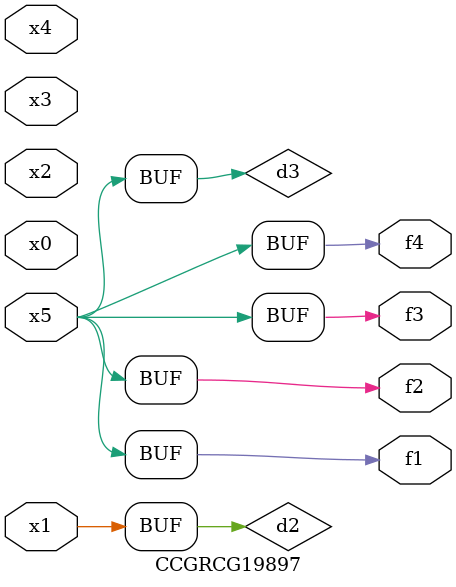
<source format=v>
module CCGRCG19897(
	input x0, x1, x2, x3, x4, x5,
	output f1, f2, f3, f4
);

	wire d1, d2, d3;

	not (d1, x5);
	or (d2, x1);
	xnor (d3, d1);
	assign f1 = d3;
	assign f2 = d3;
	assign f3 = d3;
	assign f4 = d3;
endmodule

</source>
